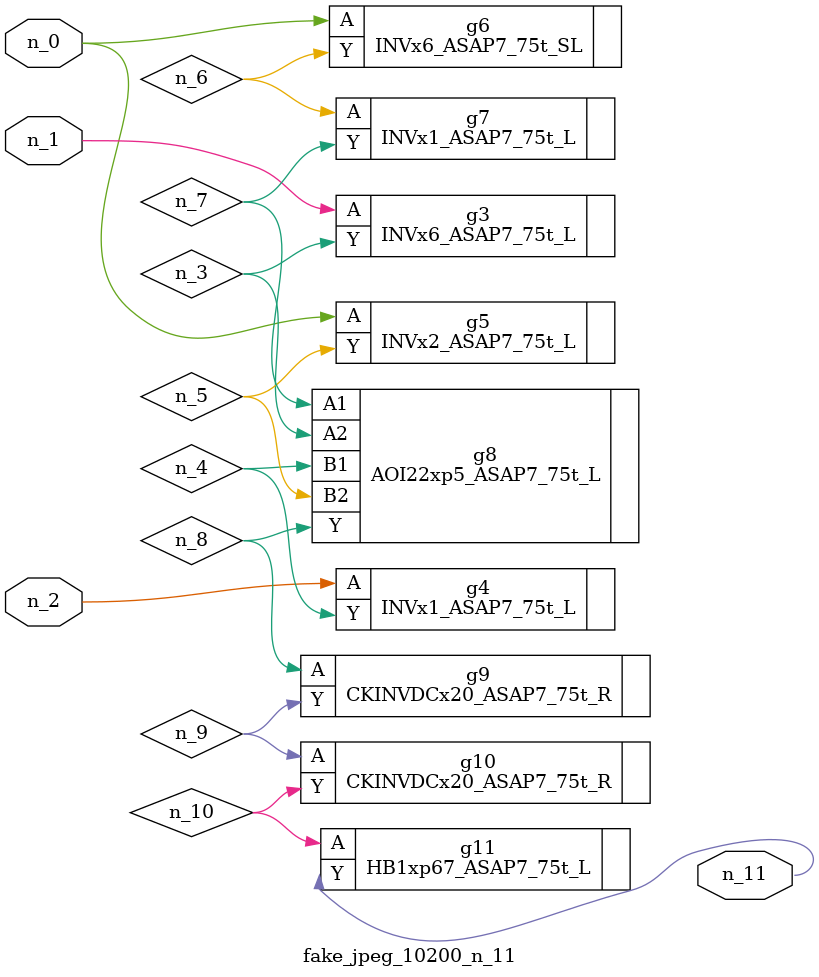
<source format=v>
module fake_jpeg_10200_n_11 (n_0, n_2, n_1, n_11);

input n_0;
input n_2;
input n_1;

output n_11;

wire n_3;
wire n_10;
wire n_4;
wire n_8;
wire n_9;
wire n_6;
wire n_5;
wire n_7;

INVx6_ASAP7_75t_L g3 ( 
.A(n_1),
.Y(n_3)
);

INVx1_ASAP7_75t_L g4 ( 
.A(n_2),
.Y(n_4)
);

INVx2_ASAP7_75t_L g5 ( 
.A(n_0),
.Y(n_5)
);

INVx6_ASAP7_75t_SL g6 ( 
.A(n_0),
.Y(n_6)
);

INVx1_ASAP7_75t_L g7 ( 
.A(n_6),
.Y(n_7)
);

AOI22xp5_ASAP7_75t_L g8 ( 
.A1(n_7),
.A2(n_3),
.B1(n_4),
.B2(n_5),
.Y(n_8)
);

CKINVDCx20_ASAP7_75t_R g9 ( 
.A(n_8),
.Y(n_9)
);

CKINVDCx20_ASAP7_75t_R g10 ( 
.A(n_9),
.Y(n_10)
);

HB1xp67_ASAP7_75t_L g11 ( 
.A(n_10),
.Y(n_11)
);


endmodule
</source>
